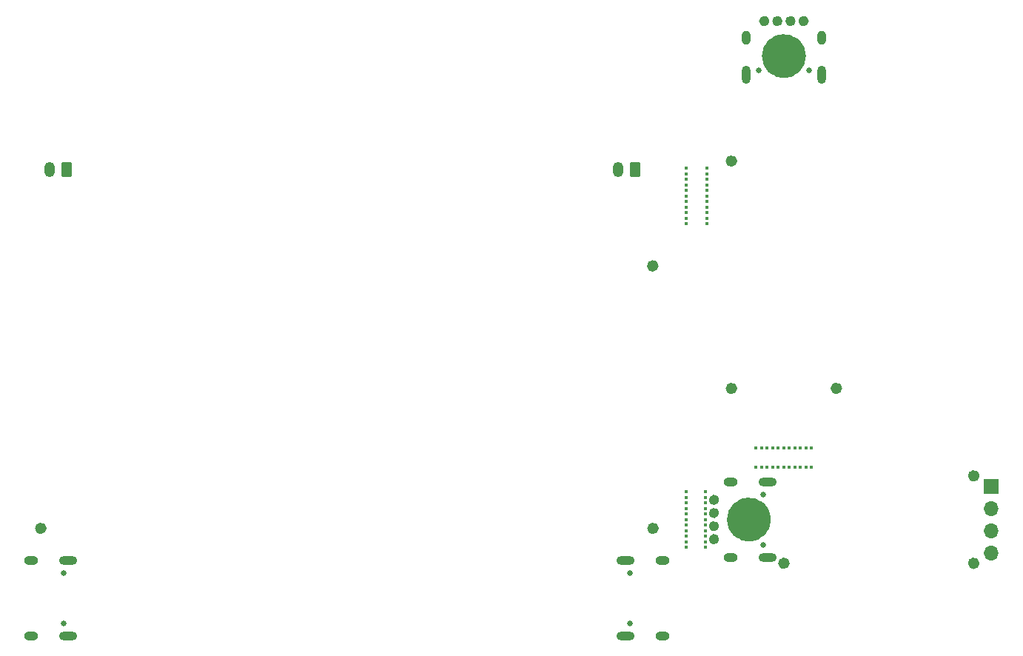
<source format=gbr>
G04 #@! TF.GenerationSoftware,KiCad,Pcbnew,(6.0.7)*
G04 #@! TF.CreationDate,2023-01-27T22:21:26-08:00*
G04 #@! TF.ProjectId,FcmlPanel,46636d6c-5061-46e6-956c-2e6b69636164,rev?*
G04 #@! TF.SameCoordinates,Original*
G04 #@! TF.FileFunction,Soldermask,Bot*
G04 #@! TF.FilePolarity,Negative*
%FSLAX46Y46*%
G04 Gerber Fmt 4.6, Leading zero omitted, Abs format (unit mm)*
G04 Created by KiCad (PCBNEW (6.0.7)) date 2023-01-27 22:21:26*
%MOMM*%
%LPD*%
G01*
G04 APERTURE LIST*
G04 Aperture macros list*
%AMRoundRect*
0 Rectangle with rounded corners*
0 $1 Rounding radius*
0 $2 $3 $4 $5 $6 $7 $8 $9 X,Y pos of 4 corners*
0 Add a 4 corners polygon primitive as box body*
4,1,4,$2,$3,$4,$5,$6,$7,$8,$9,$2,$3,0*
0 Add four circle primitives for the rounded corners*
1,1,$1+$1,$2,$3*
1,1,$1+$1,$4,$5*
1,1,$1+$1,$6,$7*
1,1,$1+$1,$8,$9*
0 Add four rect primitives between the rounded corners*
20,1,$1+$1,$2,$3,$4,$5,0*
20,1,$1+$1,$4,$5,$6,$7,0*
20,1,$1+$1,$6,$7,$8,$9,0*
20,1,$1+$1,$8,$9,$2,$3,0*%
G04 Aperture macros list end*
%ADD10C,0.650000*%
%ADD11C,0.700000*%
%ADD12C,2.500000*%
%ADD13RoundRect,0.250000X0.350000X0.625000X-0.350000X0.625000X-0.350000X-0.625000X0.350000X-0.625000X0*%
%ADD14O,1.200000X1.750000*%
%ADD15C,0.650000*%
%ADD16O,1.600000X1.000000*%
%ADD17O,2.100000X1.000000*%
%ADD18C,1.152000*%
%ADD19C,0.380000*%
%ADD20O,1.000000X2.100000*%
%ADD21O,1.000000X1.600000*%
%ADD22R,1.700000X1.700000*%
%ADD23O,1.700000X1.700000*%
G04 APERTURE END LIST*
D10*
X100325000Y-130000000D02*
G75*
G03*
X100325000Y-130000000I-325000J0D01*
G01*
X30325000Y-160000000D02*
G75*
G03*
X30325000Y-160000000I-325000J0D01*
G01*
X100350000Y-160000000D02*
G75*
G03*
X100350000Y-160000000I-325000J0D01*
G01*
X137032107Y-154000000D02*
G75*
G03*
X137032107Y-154000000I-325000J0D01*
G01*
X137032107Y-164000000D02*
G75*
G03*
X137032107Y-164000000I-325000J0D01*
G01*
X109325000Y-144000000D02*
G75*
G03*
X109325000Y-144000000I-325000J0D01*
G01*
X115325000Y-164000000D02*
G75*
G03*
X115325000Y-164000000I-325000J0D01*
G01*
X109325000Y-118000000D02*
G75*
G03*
X109325000Y-118000000I-325000J0D01*
G01*
X121325000Y-144000000D02*
G75*
G03*
X121325000Y-144000000I-325000J0D01*
G01*
D11*
X116000000Y-102000000D02*
G75*
G03*
X116000000Y-102000000I-250000J0D01*
G01*
X114500000Y-102000000D02*
G75*
G03*
X114500000Y-102000000I-250000J0D01*
G01*
X117500000Y-102000000D02*
G75*
G03*
X117500000Y-102000000I-250000J0D01*
G01*
X113000000Y-102000000D02*
G75*
G03*
X113000000Y-102000000I-250000J0D01*
G01*
D12*
X116250000Y-106000000D02*
G75*
G03*
X116250000Y-106000000I-1250000J0D01*
G01*
D11*
X107250000Y-158250000D02*
G75*
G03*
X107250000Y-158250000I-250000J0D01*
G01*
X107250000Y-159750000D02*
G75*
G03*
X107250000Y-159750000I-250000J0D01*
G01*
X107250000Y-156750000D02*
G75*
G03*
X107250000Y-156750000I-250000J0D01*
G01*
X107250000Y-161250000D02*
G75*
G03*
X107250000Y-161250000I-250000J0D01*
G01*
D12*
X112250000Y-159000000D02*
G75*
G03*
X112250000Y-159000000I-1250000J0D01*
G01*
D13*
X98000000Y-119000000D03*
D14*
X96000000Y-119000000D03*
D15*
X32605000Y-170890000D03*
X32605000Y-165110000D03*
D16*
X28925000Y-172320000D03*
D17*
X33105000Y-163680000D03*
D16*
X28925000Y-163680000D03*
D17*
X33105000Y-172320000D03*
D15*
X97395000Y-165110000D03*
X97395000Y-170890000D03*
D17*
X96895000Y-163680000D03*
D16*
X101075000Y-172320000D03*
D17*
X96895000Y-172320000D03*
D16*
X101075000Y-163680000D03*
D18*
X100000000Y-130000000D03*
X30000000Y-160000000D03*
D13*
X33000000Y-119000000D03*
D14*
X31000000Y-119000000D03*
D18*
X100025000Y-160000000D03*
D19*
X111825000Y-150810000D03*
X116270000Y-150810000D03*
X113730000Y-150810000D03*
X115000000Y-150810000D03*
X116905000Y-150810000D03*
X113095000Y-150810000D03*
X117540000Y-150810000D03*
X118175000Y-150810000D03*
X115635000Y-150810000D03*
X114365000Y-150810000D03*
X112460000Y-150810000D03*
X103810000Y-122000000D03*
X103810000Y-118825000D03*
X103810000Y-123905000D03*
X103810000Y-123270000D03*
X103810000Y-120095000D03*
X103810000Y-122635000D03*
X103810000Y-119460000D03*
X103810000Y-121365000D03*
X103810000Y-124540000D03*
X103810000Y-120730000D03*
X103810000Y-125175000D03*
D18*
X136707107Y-154000000D03*
X136707107Y-164000000D03*
X109000000Y-144000000D03*
D19*
X103810000Y-161540000D03*
X103810000Y-157095000D03*
X103810000Y-162175000D03*
X103810000Y-159635000D03*
X103810000Y-157730000D03*
X103810000Y-158365000D03*
X103810000Y-160905000D03*
X103810000Y-155825000D03*
X103810000Y-156460000D03*
X103810000Y-160270000D03*
X103810000Y-159000000D03*
D18*
X115000000Y-164000000D03*
D19*
X117540000Y-153000000D03*
X113095000Y-153000000D03*
X115000000Y-153000000D03*
X114365000Y-153000000D03*
X118175000Y-153000000D03*
X115635000Y-153000000D03*
X116270000Y-153000000D03*
X116905000Y-153000000D03*
X111825000Y-153000000D03*
X112460000Y-153000000D03*
X113730000Y-153000000D03*
D15*
X117890000Y-107605000D03*
X112110000Y-107605000D03*
D20*
X110680000Y-108105000D03*
D21*
X110680000Y-103925000D03*
D20*
X119320000Y-108105000D03*
D21*
X119320000Y-103925000D03*
D19*
X106190000Y-119460000D03*
X106190000Y-120095000D03*
X106190000Y-120730000D03*
X106190000Y-123270000D03*
X106190000Y-123905000D03*
X106190000Y-125175000D03*
X106190000Y-121365000D03*
X106190000Y-122635000D03*
X106190000Y-118825000D03*
X106190000Y-122000000D03*
X106190000Y-124540000D03*
X106000000Y-155825000D03*
X106000000Y-160270000D03*
X106000000Y-159000000D03*
X106000000Y-157730000D03*
X106000000Y-159635000D03*
X106000000Y-162175000D03*
X106000000Y-156460000D03*
X106000000Y-161540000D03*
X106000000Y-158365000D03*
X106000000Y-160905000D03*
X106000000Y-157095000D03*
D22*
X138707107Y-155200000D03*
D23*
X138707107Y-157740000D03*
X138707107Y-160280000D03*
X138707107Y-162820000D03*
D15*
X112605000Y-161890000D03*
X112605000Y-156110000D03*
D17*
X113105000Y-163320000D03*
D16*
X108925000Y-163320000D03*
X108925000Y-154680000D03*
D17*
X113105000Y-154680000D03*
D18*
X109000000Y-118000000D03*
X121000000Y-144000000D03*
M02*

</source>
